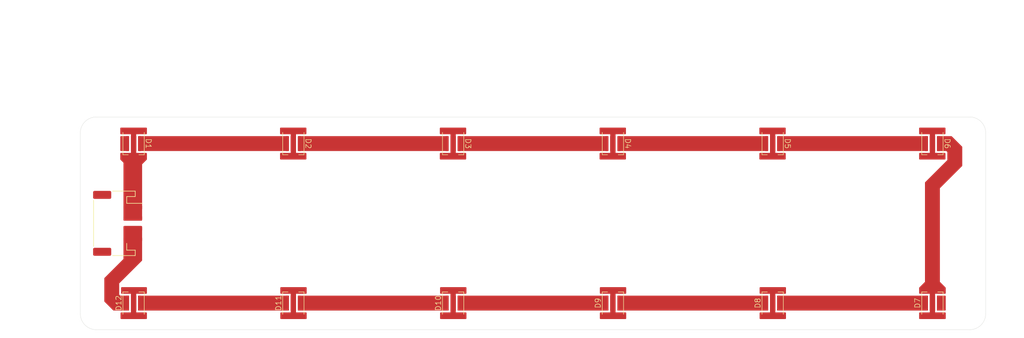
<source format=kicad_pcb>
(kicad_pcb (version 20240108) (generator "pcbnew") (generator_version "8.0")
  (layers (0 "F.Cu" signal) (31 "B.Cu" signal) (34 "B.Paste" user) (35 "F.Paste" user) (36 "B.SilkS" user "B.Silkscreen") (37 "F.SilkS" user "F.Silkscreen") (38 "B.Mask" user) (39 "F.Mask" user) (44 "Edge.Cuts" user))
  (net 0 "")
  (net 1 "VDC")
  (net 2 "GND")
  (net 3 "/D12")
  (net 4 "/D23")
  (net 5 "/D34")
  (net 6 "/D45")
  (net 7 "/D56")
  (net 8 "/D67")
  (net 9 "/D78")
  (net 10 "/D89")
  (net 11 "/D90")
  (net 12 "/D01")
  (net 13 "/D112")
  (footprint "fort:LED_Osram_4715-AS" (layer "F.Cu") (at 250 130 90)
    (property "Reference" "D7" (at 0 -2.8 90) (layer "F.SilkS") (effects (font (thickness 0.1))))
    (property "Value" "LED")
    (fp_line (start 2.1 -2) (end 2.1 -1) (stroke (width 0.1)) (layer "F.SilkS"))
    (fp_line (start -2.1 -2) (end 2.1 -2) (stroke (width 0.1)) (layer "F.SilkS"))
    (fp_line (start 2.1 1) (end 2.1 2) (stroke (width 0.1)) (layer "F.SilkS"))
    (fp_line (start 2.1 2) (end -2.1 2) (stroke (width 0.1)) (layer "F.SilkS"))
    (pad "1" smd rect (at 0 -1.125 90) (size 2.8 0.55) (layers "F.Cu" "F.Mask") (net 9 "/D78"))
    (pad "2" smd rect (at 0 0 90) (size 2.8 1) (layers "F.Cu" "F.Mask") (net 8 "/D67"))
    (pad "2" smd rect (at 0 1.125 90) (size 2.8 0.55) (layers "F.Cu" "F.Mask") (net 8 "/D67"))
    (zone (net 0) (net_name "") (layer "F.Cu") (connect_pads (clearance 0)) (min_thickness 0.25)
      (keepout (tracks allowed) (vias allowed) (pads allowed) (copperpour not_allowed) (footprints allowed))
      (fill (thermal_gap 0.5) (thermal_bridge_width 0.5))
      (polygon (pts (xy 247.5 131.75) (xy 247.5 131.4) (xy 249.15 131.4) (xy 249.15 128.6) (xy 247.5 128.6) (xy 247.5 128.25) (xy 249.5 128.25) (xy 249.5 131.75)))
    )
    (zone (net 0) (net_name "") (layer "F.Cu") (connect_pads (clearance 0)) (min_thickness 0.25)
      (keepout (tracks allowed) (vias allowed) (pads allowed) (copperpour not_allowed) (footprints allowed))
      (fill (thermal_gap 0.5) (thermal_bridge_width 0.5))
      (polygon (pts (xy 252.5 131.75) (xy 252.5 131.4) (xy 250.85 131.4) (xy 250.85 128.6) (xy 252.5 128.6) (xy 252.5 128.25) (xy 250.5 128.25) (xy 250.5 131.75)))
    )
  )
  (footprint "fort:LED_Osram_4715-AS" (layer "F.Cu") (at 130 130 90)
    (property "Reference" "D11" (at 0 -2.8 90) (layer "F.SilkS") (effects (font (thickness 0.1))))
    (property "Value" "LED")
    (fp_line (start 2.1 -2) (end 2.1 -1) (stroke (width 0.1)) (layer "F.SilkS"))
    (fp_line (start -2.1 -2) (end 2.1 -2) (stroke (width 0.1)) (layer "F.SilkS"))
    (fp_line (start 2.1 1) (end 2.1 2) (stroke (width 0.1)) (layer "F.SilkS"))
    (fp_line (start 2.1 2) (end -2.1 2) (stroke (width 0.1)) (layer "F.SilkS"))
    (pad "1" smd rect (at 0 -1.125 90) (size 2.8 0.55) (layers "F.Cu" "F.Mask") (net 13 "/D112"))
    (pad "2" smd rect (at 0 0 90) (size 2.8 1) (layers "F.Cu" "F.Mask") (net 12 "/D01"))
    (pad "2" smd rect (at 0 1.125 90) (size 2.8 0.55) (layers "F.Cu" "F.Mask") (net 12 "/D01"))
    (zone (net 0) (net_name "") (layer "F.Cu") (connect_pads (clearance 0)) (min_thickness 0.25)
      (keepout (tracks allowed) (vias allowed) (pads allowed) (copperpour not_allowed) (footprints allowed))
      (fill (thermal_gap 0.5) (thermal_bridge_width 0.5))
      (polygon (pts (xy 127.5 131.75) (xy 127.5 131.4) (xy 129.15 131.4) (xy 129.15 128.6) (xy 127.5 128.6) (xy 127.5 128.25) (xy 129.5 128.25) (xy 129.5 131.75)))
    )
    (zone (net 0) (net_name "") (layer "F.Cu") (connect_pads (clearance 0)) (min_thickness 0.25)
      (keepout (tracks allowed) (vias allowed) (pads allowed) (copperpour not_allowed) (footprints allowed))
      (fill (thermal_gap 0.5) (thermal_bridge_width 0.5))
      (polygon (pts (xy 132.5 131.75) (xy 132.5 131.4) (xy 130.85 131.4) (xy 130.85 128.6) (xy 132.5 128.6) (xy 132.5 128.25) (xy 130.5 128.25) (xy 130.5 131.75)))
    )
  )
  (footprint "MountingHole:MountingHole_3.2mm_M3" (layer "F.Cu") (at 220 115)
    (property "Reference" "REF**" (hide yes))
    (property "Value" "MountingHole_3.2mm_M3")
    (pad "" np_thru_hole circle (at 0 0) (size 3.2 3.2) (drill 3.2) (layers "*.Cu" "*.Mask"))
  )
  (footprint "fort:LED_Osram_4715-AS" (layer "F.Cu") (at 100 100 -90)
    (property "Reference" "D1" (at 0 -2.8 -90) (layer "F.SilkS") (effects (font (thickness 0.1))))
    (property "Value" "LED")
    (fp_line (start 2.1 2) (end -2.1 2) (stroke (width 0.1)) (layer "F.SilkS"))
    (fp_line (start 2.1 1) (end 2.1 2) (stroke (width 0.1)) (layer "F.SilkS"))
    (fp_line (start -2.1 -2) (end 2.1 -2) (stroke (width 0.1)) (layer "F.SilkS"))
    (fp_line (start 2.1 -2) (end 2.1 -1) (stroke (width 0.1)) (layer "F.SilkS"))
    (pad "1" smd rect (at 0 -1.125 270) (size 2.8 0.55) (layers "F.Cu" "F.Mask") (net 3 "/D12"))
    (pad "2" smd rect (at 0 0 270) (size 2.8 1) (layers "F.Cu" "F.Mask") (net 1 "VDC"))
    (pad "2" smd rect (at 0 1.125 270) (size 2.8 0.55) (layers "F.Cu" "F.Mask") (net 1 "VDC"))
    (zone (net 0) (net_name "") (layer "F.Cu") (connect_pads (clearance 0)) (min_thickness 0.25)
      (keepout (tracks allowed) (vias allowed) (pads allowed) (copperpour not_allowed) (footprints allowed))
      (fill (thermal_gap 0.5) (thermal_bridge_width 0.5))
      (polygon (pts (xy 97.5 98.25) (xy 97.5 98.6) (xy 99.15 98.6) (xy 99.15 101.4) (xy 97.5 101.4) (xy 97.5 101.75) (xy 99.5 101.75) (xy 99.5 98.25)))
    )
    (zone (net 0) (net_name "") (layer "F.Cu") (connect_pads (clearance 0)) (min_thickness 0.25)
      (keepout (tracks allowed) (vias allowed) (pads allowed) (copperpour not_allowed) (footprints allowed))
      (fill (thermal_gap 0.5) (thermal_bridge_width 0.5))
      (polygon (pts (xy 102.5 98.25) (xy 102.5 98.6) (xy 100.85 98.6) (xy 100.85 101.4) (xy 102.5 101.4) (xy 102.5 101.75) (xy 100.5 101.75) (xy 100.5 98.25)))
    )
  )
  (footprint "fort:LED_Osram_4715-AS" (layer "F.Cu") (at 190 130 90)
    (property "Reference" "D9" (at 0 -2.8 90) (layer "F.SilkS") (effects (font (thickness 0.1))))
    (property "Value" "LED")
    (fp_line (start 2.1 -2) (end 2.1 -1) (stroke (width 0.1)) (layer "F.SilkS"))
    (fp_line (start -2.1 -2) (end 2.1 -2) (stroke (width 0.1)) (layer "F.SilkS"))
    (fp_line (start 2.1 1) (end 2.1 2) (stroke (width 0.1)) (layer "F.SilkS"))
    (fp_line (start 2.1 2) (end -2.1 2) (stroke (width 0.1)) (layer "F.SilkS"))
    (pad "1" smd rect (at 0 -1.125 90) (size 2.8 0.55) (layers "F.Cu" "F.Mask") (net 11 "/D90"))
    (pad "2" smd rect (at 0 0 90) (size 2.8 1) (layers "F.Cu" "F.Mask") (net 10 "/D89"))
    (pad "2" smd rect (at 0 1.125 90) (size 2.8 0.55) (layers "F.Cu" "F.Mask") (net 10 "/D89"))
    (zone (net 0) (net_name "") (layer "F.Cu") (connect_pads (clearance 0)) (min_thickness 0.25)
      (keepout (tracks allowed) (vias allowed) (pads allowed) (copperpour not_allowed) (footprints allowed))
      (fill (thermal_gap 0.5) (thermal_bridge_width 0.5))
      (polygon (pts (xy 187.5 131.75) (xy 187.5 131.4) (xy 189.15 131.4) (xy 189.15 128.6) (xy 187.5 128.6) (xy 187.5 128.25) (xy 189.5 128.25) (xy 189.5 131.75)))
    )
    (zone (net 0) (net_name "") (layer "F.Cu") (connect_pads (clearance 0)) (min_thickness 0.25)
      (keepout (tracks allowed) (vias allowed) (pads allowed) (copperpour not_allowed) (footprints allowed))
      (fill (thermal_gap 0.5) (thermal_bridge_width 0.5))
      (polygon (pts (xy 192.5 131.75) (xy 192.5 131.4) (xy 190.85 131.4) (xy 190.85 128.6) (xy 192.5 128.6) (xy 192.5 128.25) (xy 190.5 128.25) (xy 190.5 131.75)))
    )
  )
  (footprint "fort:LED_Osram_4715-AS" (layer "F.Cu") (at 220 130 90)
    (property "Reference" "D8" (at 0 -2.8 90) (layer "F.SilkS") (effects (font (thickness 0.1))))
    (property "Value" "LED")
    (fp_line (start 2.1 -2) (end 2.1 -1) (stroke (width 0.1)) (layer "F.SilkS"))
    (fp_line (start -2.1 -2) (end 2.1 -2) (stroke (width 0.1)) (layer "F.SilkS"))
    (fp_line (start 2.1 1) (end 2.1 2) (stroke (width 0.1)) (layer "F.SilkS"))
    (fp_line (start 2.1 2) (end -2.1 2) (stroke (width 0.1)) (layer "F.SilkS"))
    (pad "1" smd rect (at 0 -1.125 90) (size 2.8 0.55) (layers "F.Cu" "F.Mask") (net 10 "/D89"))
    (pad "2" smd rect (at 0 0 90) (size 2.8 1) (layers "F.Cu" "F.Mask") (net 9 "/D78"))
    (pad "2" smd rect (at 0 1.125 90) (size 2.8 0.55) (layers "F.Cu" "F.Mask") (net 9 "/D78"))
    (zone (net 0) (net_name "") (layer "F.Cu") (connect_pads (clearance 0)) (min_thickness 0.25)
      (keepout (tracks allowed) (vias allowed) (pads allowed) (copperpour not_allowed) (footprints allowed))
      (fill (thermal_gap 0.5) (thermal_bridge_width 0.5))
      (polygon (pts (xy 217.5 131.75) (xy 217.5 131.4) (xy 219.15 131.4) (xy 219.15 128.6) (xy 217.5 128.6) (xy 217.5 128.25) (xy 219.5 128.25) (xy 219.5 131.75)))
    )
    (zone (net 0) (net_name "") (layer "F.Cu") (connect_pads (clearance 0)) (min_thickness 0.25)
      (keepout (tracks allowed) (vias allowed) (pads allowed) (copperpour not_allowed) (footprints allowed))
      (fill (thermal_gap 0.5) (thermal_bridge_width 0.5))
      (polygon (pts (xy 222.5 131.75) (xy 222.5 131.4) (xy 220.85 131.4) (xy 220.85 128.6) (xy 222.5 128.6) (xy 222.5 128.25) (xy 220.5 128.25) (xy 220.5 131.75)))
    )
  )
  (footprint "MountingHole:MountingHole_2.7mm_M2.5" (layer "F.Cu") (at 257 132)
    (property "Reference" "REF**" (hide yes))
    (property "Value" "MountingHole_2.7mm_M2.5")
    (pad "" np_thru_hole circle (at 0 0) (size 2.7 2.7) (drill 2.7) (layers "*.Cu" "*.Mask"))
  )
  (footprint "MountingHole:MountingHole_2.7mm_M2.5" (layer "F.Cu") (at 93 98)
    (property "Reference" "REF**" (hide yes))
    (property "Value" "MountingHole_2.7mm_M2.5")
    (pad "" np_thru_hole circle (at 0 0) (size 2.7 2.7) (drill 2.7) (layers "*.Cu" "*.Mask"))
  )
  (footprint "MountingHole:MountingHole_3.2mm_M3" (layer "F.Cu") (at 130 115)
    (property "Reference" "REF**" (hide yes))
    (property "Value" "MountingHole_3.2mm_M3")
    (pad "" np_thru_hole circle (at 0 0) (size 3.2 3.2) (drill 3.2) (layers "*.Cu" "*.Mask"))
  )
  (footprint "MountingHole:MountingHole_2.7mm_M2.5" (layer "F.Cu") (at 257 98)
    (property "Reference" "REF**" (hide yes))
    (property "Value" "MountingHole_2.7mm_M2.5")
    (pad "" np_thru_hole circle (at 0 0) (size 2.7 2.7) (drill 2.7) (layers "*.Cu" "*.Mask"))
  )
  (footprint "fort:LED_Osram_4715-AS" (layer "F.Cu") (at 190 100 -90)
    (property "Reference" "D4" (at 0 -2.8 -90) (layer "F.SilkS") (effects (font (thickness 0.1))))
    (property "Value" "LED")
    (fp_line (start 2.1 2) (end -2.1 2) (stroke (width 0.1)) (layer "F.SilkS"))
    (fp_line (start 2.1 1) (end 2.1 2) (stroke (width 0.1)) (layer "F.SilkS"))
    (fp_line (start -2.1 -2) (end 2.1 -2) (stroke (width 0.1)) (layer "F.SilkS"))
    (fp_line (start 2.1 -2) (end 2.1 -1) (stroke (width 0.1)) (layer "F.SilkS"))
    (pad "1" smd rect (at 0 -1.125 270) (size 2.8 0.55) (layers "F.Cu" "F.Mask") (net 6 "/D45"))
    (pad "2" smd rect (at 0 0 270) (size 2.8 1) (layers "F.Cu" "F.Mask") (net 5 "/D34"))
    (pad "2" smd rect (at 0 1.125 270) (size 2.8 0.55) (layers "F.Cu" "F.Mask") (net 5 "/D34"))
    (zone (net 0) (net_name "") (layer "F.Cu") (connect_pads (clearance 0)) (min_thickness 0.25)
      (keepout (tracks allowed) (vias allowed) (pads allowed) (copperpour not_allowed) (footprints allowed))
      (fill (thermal_gap 0.5) (thermal_bridge_width 0.5))
      (polygon (pts (xy 187.5 98.25) (xy 187.5 98.6) (xy 189.15 98.6) (xy 189.15 101.4) (xy 187.5 101.4) (xy 187.5 101.75) (xy 189.5 101.75) (xy 189.5 98.25)))
    )
    (zone (net 0) (net_name "") (layer "F.Cu") (connect_pads (clearance 0)) (min_thickness 0.25)
      (keepout (tracks allowed) (vias allowed) (pads allowed) (copperpour not_allowed) (footprints allowed))
      (fill (thermal_gap 0.5) (thermal_bridge_width 0.5))
      (polygon (pts (xy 192.5 98.25) (xy 192.5 98.6) (xy 190.85 98.6) (xy 190.85 101.4) (xy 192.5 101.4) (xy 192.5 101.75) (xy 190.5 101.75) (xy 190.5 98.25)))
    )
  )
  (footprint "fort:LED_Osram_4715-AS" (layer "F.Cu") (at 130 100 -90)
    (property "Reference" "D2" (at 0 -2.8 -90) (layer "F.SilkS") (effects (font (thickness 0.1))))
    (property "Value" "LED")
    (fp_line (start 2.1 2) (end -2.1 2) (stroke (width 0.1)) (layer "F.SilkS"))
    (fp_line (start 2.1 1) (end 2.1 2) (stroke (width 0.1)) (layer "F.SilkS"))
    (fp_line (start -2.1 -2) (end 2.1 -2) (stroke (width 0.1)) (layer "F.SilkS"))
    (fp_line (start 2.1 -2) (end 2.1 -1) (stroke (width 0.1)) (layer "F.SilkS"))
    (pad "1" smd rect (at 0 -1.125 270) (size 2.8 0.55) (layers "F.Cu" "F.Mask") (net 4 "/D23"))
    (pad "2" smd rect (at 0 0 270) (size 2.8 1) (layers "F.Cu" "F.Mask") (net 3 "/D12"))
    (pad "2" smd rect (at 0 1.125 270) (size 2.8 0.55) (layers "F.Cu" "F.Mask") (net 3 "/D12"))
    (zone (net 0) (net_name "") (layer "F.Cu") (connect_pads (clearance 0)) (min_thickness 0.25)
      (keepout (tracks allowed) (vias allowed) (pads allowed) (copperpour not_allowed) (footprints allowed))
      (fill (thermal_gap 0.5) (thermal_bridge_width 0.5))
      (polygon (pts (xy 127.5 98.25) (xy 127.5 98.6) (xy 129.15 98.6) (xy 129.15 101.4) (xy 127.5 101.4) (xy 127.5 101.75) (xy 129.5 101.75) (xy 129.5 98.25)))
    )
    (zone (net 0) (net_name "") (layer "F.Cu") (connect_pads (clearance 0)) (min_thickness 0.25)
      (keepout (tracks allowed) (vias allowed) (pads allowed) (copperpour not_allowed) (footprints allowed))
      (fill (thermal_gap 0.5) (thermal_bridge_width 0.5))
      (polygon (pts (xy 132.5 98.25) (xy 132.5 98.6) (xy 130.85 98.6) (xy 130.85 101.4) (xy 132.5 101.4) (xy 132.5 101.75) (xy 130.5 101.75) (xy 130.5 98.25)))
    )
  )
  (footprint "fort:LED_Osram_4715-AS" (layer "F.Cu") (at 220 100 -90)
    (property "Reference" "D5" (at 0 -2.8 -90) (layer "F.SilkS") (effects (font (thickness 0.1))))
    (property "Value" "LED")
    (fp_line (start 2.1 2) (end -2.1 2) (stroke (width 0.1)) (layer "F.SilkS"))
    (fp_line (start 2.1 1) (end 2.1 2) (stroke (width 0.1)) (layer "F.SilkS"))
    (fp_line (start -2.1 -2) (end 2.1 -2) (stroke (width 0.1)) (layer "F.SilkS"))
    (fp_line (start 2.1 -2) (end 2.1 -1) (stroke (width 0.1)) (layer "F.SilkS"))
    (pad "1" smd rect (at 0 -1.125 270) (size 2.8 0.55) (layers "F.Cu" "F.Mask") (net 7 "/D56"))
    (pad "2" smd rect (at 0 0 270) (size 2.8 1) (layers "F.Cu" "F.Mask") (net 6 "/D45"))
    (pad "2" smd rect (at 0 1.125 270) (size 2.8 0.55) (layers "F.Cu" "F.Mask") (net 6 "/D45"))
    (zone (net 0) (net_name "") (layer "F.Cu") (connect_pads (clearance 0)) (min_thickness 0.25)
      (keepout (tracks allowed) (vias allowed) (pads allowed) (copperpour not_allowed) (footprints allowed))
      (fill (thermal_gap 0.5) (thermal_bridge_width 0.5))
      (polygon (pts (xy 217.5 98.25) (xy 217.5 98.6) (xy 219.15 98.6) (xy 219.15 101.4) (xy 217.5 101.4) (xy 217.5 101.75) (xy 219.5 101.75) (xy 219.5 98.25)))
    )
    (zone (net 0) (net_name "") (layer "F.Cu") (connect_pads (clearance 0)) (min_thickness 0.25)
      (keepout (tracks allowed) (vias allowed) (pads allowed) (copperpour not_allowed) (footprints allowed))
      (fill (thermal_gap 0.5) (thermal_bridge_width 0.5))
      (polygon (pts (xy 222.5 98.25) (xy 222.5 98.6) (xy 220.85 98.6) (xy 220.85 101.4) (xy 222.5 101.4) (xy 222.5 101.75) (xy 220.5 101.75) (xy 220.5 98.25)))
    )
  )
  (footprint "Connector_JST:JST_PH_S4B-PH-SM4-TB_1x04-1MP_P2.00mm_Horizontal" (layer "F.Cu") (at 97 115 -90)
    (property "Reference" "J1" (hide yes))
    (property "Value" "JST SH 4")
    (fp_line (start -4.34 4.51) (end 4.34 4.51) (stroke (width 0.12)) (layer "F.SilkS"))
    (fp_line (start -6.06 0.94) (end -6.06 -3.31) (stroke (width 0.12)) (layer "F.SilkS"))
    (fp_line (start 6.06 0.94) (end 6.06 -3.31) (stroke (width 0.12)) (layer "F.SilkS"))
    (fp_line (start -5.04 -1.71) (end -3.76 -1.71) (stroke (width 0.12)) (layer "F.SilkS"))
    (fp_line (start -3.76 -1.71) (end -3.76 -4.6) (stroke (width 0.12)) (layer "F.SilkS"))
    (fp_line (start 5.04 -1.71) (end 3.76 -1.71) (stroke (width 0.12)) (layer "F.SilkS"))
    (fp_line (start -6.06 -3.31) (end -5.04 -3.31) (stroke (width 0.12)) (layer "F.SilkS"))
    (fp_line (start -5.04 -3.31) (end -5.04 -1.71) (stroke (width 0.12)) (layer "F.SilkS"))
    (fp_line (start 5.04 -3.31) (end 5.04 -1.71) (stroke (width 0.12)) (layer "F.SilkS"))
    (fp_line (start 6.06 -3.31) (end 5.04 -3.31) (stroke (width 0.12)) (layer "F.SilkS"))
    (pad "1" smd roundrect (at -3 -2.85 270) (size 1 3.5) (layers "F.Cu" "F.Paste" "F.Mask") (net 1 "VDC"))
    (pad "2" smd roundrect (at -1 -2.85 270) (size 1 3.5) (layers "F.Cu" "F.Paste" "F.Mask") (net 1 "VDC"))
    (pad "3" smd roundrect (at 1 -2.85 270) (size 1 3.5) (layers "F.Cu" "F.Paste" "F.Mask") (net 2 "GND"))
    (pad "4" smd roundrect (at 3 -2.85 270) (size 1 3.5) (layers "F.Cu" "F.Paste" "F.Mask") (net 2 "GND"))
    (pad "MP" smd roundrect (at -5.35 2.9 270) (size 1.5 3.4) (layers "F.Cu" "F.Paste" "F.Mask") (roundrect_rratio 0.166667))
    (pad "MP" smd roundrect (at 5.35 2.9 270) (size 1.5 3.4) (layers "F.Cu" "F.Paste" "F.Mask") (roundrect_rratio 0.166667))
  )
  (footprint "MountingHole:MountingHole_2.7mm_M2.5" (layer "F.Cu") (at 93 132)
    (property "Reference" "REF**" (hide yes))
    (property "Value" "MountingHole_2.7mm_M2.5")
    (pad "" np_thru_hole circle (at 0 0) (size 2.7 2.7) (drill 2.7) (layers "*.Cu" "*.Mask"))
  )
  (footprint "fort:LED_Osram_4715-AS" (layer "F.Cu") (at 100 130 90)
    (property "Reference" "D12" (at 0 -2.8 90) (layer "F.SilkS") (effects (font (thickness 0.1))))
    (property "Value" "LED")
    (fp_line (start 2.1 -2) (end 2.1 -1) (stroke (width 0.1)) (layer "F.SilkS"))
    (fp_line (start -2.1 -2) (end 2.1 -2) (stroke (width 0.1)) (layer "F.SilkS"))
    (fp_line (start 2.1 1) (end 2.1 2) (stroke (width 0.1)) (layer "F.SilkS"))
    (fp_line (start 2.1 2) (end -2.1 2) (stroke (width 0.1)) (layer "F.SilkS"))
    (pad "1" smd rect (at 0 -1.125 90) (size 2.8 0.55) (layers "F.Cu" "F.Mask") (net 2 "GND"))
    (pad "2" smd rect (at 0 0 90) (size 2.8 1) (layers "F.Cu" "F.Mask") (net 13 "/D112"))
    (pad "2" smd rect (at 0 1.125 90) (size 2.8 0.55) (layers "F.Cu" "F.Mask") (net 13 "/D112"))
    (zone (net 0) (net_name "") (layer "F.Cu") (connect_pads (clearance 0)) (min_thickness 0.25)
      (keepout (tracks allowed) (vias allowed) (pads allowed) (copperpour not_allowed) (footprints allowed))
      (fill (thermal_gap 0.5) (thermal_bridge_width 0.5))
      (polygon (pts (xy 97.5 131.75) (xy 97.5 131.4) (xy 99.15 131.4) (xy 99.15 128.6) (xy 97.5 128.6) (xy 97.5 128.25) (xy 99.5 128.25) (xy 99.5 131.75)))
    )
    (zone (net 0) (net_name "") (layer "F.Cu") (connect_pads (clearance 0)) (min_thickness 0.25)
      (keepout (tracks allowed) (vias allowed) (pads allowed) (copperpour not_allowed) (footprints allowed))
      (fill (thermal_gap 0.5) (thermal_bridge_width 0.5))
      (polygon (pts (xy 102.5 131.75) (xy 102.5 131.4) (xy 100.85 131.4) (xy 100.85 128.6) (xy 102.5 128.6) (xy 102.5 128.25) (xy 100.5 128.25) (xy 100.5 131.75)))
    )
  )
  (footprint "fort:LED_Osram_4715-AS" (layer "F.Cu") (at 160 100 -90)
    (property "Reference" "D3" (at 0 -2.8 -90) (layer "F.SilkS") (effects (font (thickness 0.1))))
    (property "Value" "LED")
    (fp_line (start 2.1 2) (end -2.1 2) (stroke (width 0.1)) (layer "F.SilkS"))
    (fp_line (start 2.1 1) (end 2.1 2) (stroke (width 0.1)) (layer "F.SilkS"))
    (fp_line (start -2.1 -2) (end 2.1 -2) (stroke (width 0.1)) (layer "F.SilkS"))
    (fp_line (start 2.1 -2) (end 2.1 -1) (stroke (width 0.1)) (layer "F.SilkS"))
    (pad "1" smd rect (at 0 -1.125 270) (size 2.8 0.55) (layers "F.Cu" "F.Mask") (net 5 "/D34"))
    (pad "2" smd rect (at 0 0 270) (size 2.8 1) (layers "F.Cu" "F.Mask") (net 4 "/D23"))
    (pad "2" smd rect (at 0 1.125 270) (size 2.8 0.55) (layers "F.Cu" "F.Mask") (net 4 "/D23"))
    (zone (net 0) (net_name "") (layer "F.Cu") (connect_pads (clearance 0)) (min_thickness 0.25)
      (keepout (tracks allowed) (vias allowed) (pads allowed) (copperpour not_allowed) (footprints allowed))
      (fill (thermal_gap 0.5) (thermal_bridge_width 0.5))
      (polygon (pts (xy 157.5 98.25) (xy 157.5 98.6) (xy 159.15 98.6) (xy 159.15 101.4) (xy 157.5 101.4) (xy 157.5 101.75) (xy 159.5 101.75) (xy 159.5 98.25)))
    )
    (zone (net 0) (net_name "") (layer "F.Cu") (connect_pads (clearance 0)) (min_thickness 0.25)
      (keepout (tracks allowed) (vias allowed) (pads allowed) (copperpour not_allowed) (footprints allowed))
      (fill (thermal_gap 0.5) (thermal_bridge_width 0.5))
      (polygon (pts (xy 162.5 98.25) (xy 162.5 98.6) (xy 160.85 98.6) (xy 160.85 101.4) (xy 162.5 101.4) (xy 162.5 101.75) (xy 160.5 101.75) (xy 160.5 98.25)))
    )
  )
  (footprint "fort:LED_Osram_4715-AS" (layer "F.Cu") (at 250 100 -90)
    (property "Reference" "D6" (at 0 -2.8 -90) (layer "F.SilkS") (effects (font (thickness 0.1))))
    (property "Value" "LED")
    (fp_line (start 2.1 2) (end -2.1 2) (stroke (width 0.1)) (layer "F.SilkS"))
    (fp_line (start 2.1 1) (end 2.1 2) (stroke (width 0.1)) (layer "F.SilkS"))
    (fp_line (start -2.1 -2) (end 2.1 -2) (stroke (width 0.1)) (layer "F.SilkS"))
    (fp_line (start 2.1 -2) (end 2.1 -1) (stroke (width 0.1)) (layer "F.SilkS"))
    (pad "1" smd rect (at 0 -1.125 270) (size 2.8 0.55) (layers "F.Cu" "F.Mask") (net 8 "/D67"))
    (pad "2" smd rect (at 0 0 270) (size 2.8 1) (layers "F.Cu" "F.Mask") (net 7 "/D56"))
    (pad "2" smd rect (at 0 1.125 270) (size 2.8 0.55) (layers "F.Cu" "F.Mask") (net 7 "/D56"))
    (zone (net 0) (net_name "") (layer "F.Cu") (connect_pads (clearance 0)) (min_thickness 0.25)
      (keepout (tracks allowed) (vias allowed) (pads allowed) (copperpour not_allowed) (footprints allowed))
      (fill (thermal_gap 0.5) (thermal_bridge_width 0.5))
      (polygon (pts (xy 247.5 98.25) (xy 247.5 98.6) (xy 249.15 98.6) (xy 249.15 101.4) (xy 247.5 101.4) (xy 247.5 101.75) (xy 249.5 101.75) (xy 249.5 98.25)))
    )
    (zone (net 0) (net_name "") (layer "F.Cu") (connect_pads (clearance 0)) (min_thickness 0.25)
      (keepout (tracks allowed) (vias allowed) (pads allowed) (copperpour not_allowed) (footprints allowed))
      (fill (thermal_gap 0.5) (thermal_bridge_width 0.5))
      (polygon (pts (xy 252.5 98.25) (xy 252.5 98.6) (xy 250.85 98.6) (xy 250.85 101.4) (xy 252.5 101.4) (xy 252.5 101.75) (xy 250.5 101.75) (xy 250.5 98.25)))
    )
  )
  (footprint "fort:LED_Osram_4715-AS" (layer "F.Cu") (at 160 130 90)
    (property "Reference" "D10" (at 0 -2.8 90) (layer "F.SilkS") (effects (font (thickness 0.1))))
    (property "Value" "LED")
    (fp_line (start 2.1 -2) (end 2.1 -1) (stroke (width 0.1)) (layer "F.SilkS"))
    (fp_line (start -2.1 -2) (end 2.1 -2) (stroke (width 0.1)) (layer "F.SilkS"))
    (fp_line (start 2.1 1) (end 2.1 2) (stroke (width 0.1)) (layer "F.SilkS"))
    (fp_line (start 2.1 2) (end -2.1 2) (stroke (width 0.1)) (layer "F.SilkS"))
    (pad "1" smd rect (at 0 -1.125 90) (size 2.8 0.55) (layers "F.Cu" "F.Mask") (net 12 "/D01"))
    (pad "2" smd rect (at 0 0 90) (size 2.8 1) (layers "F.Cu" "F.Mask") (net 11 "/D90"))
    (pad "2" smd rect (at 0 1.125 90) (size 2.8 0.55) (layers "F.Cu" "F.Mask") (net 11 "/D90"))
    (zone (net 0) (net_name "") (layer "F.Cu") (connect_pads (clearance 0)) (min_thickness 0.25)
      (keepout (tracks allowed) (vias allowed) (pads allowed) (copperpour not_allowed) (footprints allowed))
      (fill (thermal_gap 0.5) (thermal_bridge_width 0.5))
      (polygon (pts (xy 157.5 131.75) (xy 157.5 131.4) (xy 159.15 131.4) (xy 159.15 128.6) (xy 157.5 128.6) (xy 157.5 128.25) (xy 159.5 128.25) (xy 159.5 131.75)))
    )
    (zone (net 0) (net_name "") (layer "F.Cu") (connect_pads (clearance 0)) (min_thickness 0.25)
      (keepout (tracks allowed) (vias allowed) (pads allowed) (copperpour not_allowed) (footprints allowed))
      (fill (thermal_gap 0.5) (thermal_bridge_width 0.5))
      (polygon (pts (xy 162.5 131.75) (xy 162.5 131.4) (xy 160.85 131.4) (xy 160.85 128.6) (xy 162.5 128.6) (xy 162.5 128.25) (xy 160.5 128.25) (xy 160.5 131.75)))
    )
  )
  (gr_line (start 93 135) (end 257 135) (stroke (width 0.05)) (layer "Edge.Cuts"))
  (gr_line (start 257 95) (end 93 95) (stroke (width 0.05)) (layer "Edge.Cuts"))
  (gr_line (start 260 132) (end 260 98) (stroke (width 0.05)) (layer "Edge.Cuts"))
  (gr_arc (start 257 95) (mid 259.12132 95.87868) (end 260 98) (stroke (width 0.05)) (layer "Edge.Cuts"))
  (gr_arc (start 260 132) (mid 259.12132 134.12132) (end 257 135) (stroke (width 0.05)) (layer "Edge.Cuts"))
  (gr_arc (start 93 135) (mid 90.87868 134.12132) (end 90 132) (stroke (width 0.05)) (layer "Edge.Cuts"))
  (gr_line (start 90 98) (end 90 132) (stroke (width 0.05)) (layer "Edge.Cuts"))
  (gr_arc (start 90 98) (mid 90.87868 95.87868) (end 93 95) (stroke (width 0.05)) (layer "Edge.Cuts"))
  (zone (net 2) (net_name "GND") (layer "F.Cu") (priority 10) (connect_pads yes (clearance 0.35)) (min_thickness 0.25) (fill yes (thermal_gap 0.5) (thermal_bridge_width 0.5))
    (polygon (pts (xy 101.6 115.5) (xy 101.6 122) (xy 97.3 126.3) (xy 97.3 128.4) (xy 97.5 128.6) (xy 99.15 128.6) (xy 99.15 131.4) (xy 96.2 131.4) (xy 94.5 129.7) (xy 94.5 125.3) (xy 98.1 121.7) (xy 98.1 115.5)))
  )
  (zone (net 7) (net_name "/D56") (layer "F.Cu") (priority 3) (connect_pads yes (clearance 0.35)) (min_thickness 0.25) (fill yes (thermal_gap 0.5) (thermal_bridge_width 0.5))
    (polygon (pts (xy 220.85 98.6) (xy 247.5 98.6) (xy 247.5 97) (xy 252.45 97) (xy 252.45 103) (xy 247.5 103) (xy 247.5 101.4) (xy 220.85 101.4)))
  )
  (zone (net 10) (net_name "/D89") (layer "F.Cu") (priority 6) (connect_pads yes (clearance 0.35)) (min_thickness 0.25) (fill yes (thermal_gap 0.5) (thermal_bridge_width 0.5))
    (polygon (pts (xy 219.15 131.4) (xy 192.5 131.4) (xy 192.5 133) (xy 187.55 133) (xy 187.55 127) (xy 192.5 127) (xy 192.5 128.6) (xy 219.15 128.6)))
  )
  (zone (net 12) (net_name "/D01") (layer "F.Cu") (priority 8) (connect_pads yes (clearance 0.35)) (min_thickness 0.25) (fill yes (thermal_gap 0.5) (thermal_bridge_width 0.5))
    (polygon (pts (xy 159.15 131.4) (xy 132.5 131.4) (xy 132.5 133) (xy 127.55 133) (xy 127.55 127) (xy 132.5 127) (xy 132.5 128.6) (xy 159.15 128.6)))
  )
  (zone (net 11) (net_name "/D90") (layer "F.Cu") (priority 7) (connect_pads yes (clearance 0.35)) (min_thickness 0.25) (fill yes (thermal_gap 0.5) (thermal_bridge_width 0.5))
    (polygon (pts (xy 189.15 131.4) (xy 162.5 131.4) (xy 162.5 133) (xy 157.55 133) (xy 157.55 127) (xy 162.5 127) (xy 162.5 128.6) (xy 189.15 128.6)))
  )
  (zone (net 6) (net_name "/D45") (layer "F.Cu") (priority 2) (connect_pads yes (clearance 0.35)) (min_thickness 0.25) (fill yes (thermal_gap 0.5) (thermal_bridge_width 0.5))
    (polygon (pts (xy 190.85 98.6) (xy 217.5 98.6) (xy 217.5 97) (xy 222.45 97) (xy 222.45 103) (xy 217.5 103) (xy 217.5 101.4) (xy 190.85 101.4)))
  )
  (zone (net 1) (net_name "VDC") (layer "F.Cu") (connect_pads yes (clearance 0.35)) (min_thickness 0.25) (fill yes (thermal_gap 0.5) (thermal_bridge_width 0.5))
    (polygon (pts (xy 97.5 97) (xy 102.5 97) (xy 102.5 103) (xy 101.6 103.9) (xy 101.6 114.5) (xy 98.1 114.5) (xy 98.1 103.6) (xy 97.5 103)))
  )
  (zone (net 3) (net_name "/D12") (layer "F.Cu") (priority 1) (connect_pads yes (clearance 0.35)) (min_thickness 0.25) (fill yes (thermal_gap 0.5) (thermal_bridge_width 0.5))
    (polygon (pts (xy 100.85 98.6) (xy 127.5 98.6) (xy 127.5 97) (xy 132.45 97) (xy 132.45 103) (xy 127.5 103) (xy 127.5 101.4) (xy 100.85 101.4)))
  )
  (zone (net 8) (net_name "/D67") (layer "F.Cu") (priority 4) (connect_pads yes (clearance 0.35)) (min_thickness 0.25) (fill yes (thermal_gap 0.5) (thermal_bridge_width 0.5))
    (polygon (pts (xy 251.4 126) (xy 252.5 127.1) (xy 252.5 133) (xy 247.5 133) (xy 247.5 127.1) (xy 248.6 126) (xy 248.6 107.3) (xy 252.8 103.1) (xy 252.8 101.6) (xy 252.6 101.4) (xy 250.8 101.4) (xy 250.8 98.6) (xy 253.6 98.6) (xy 255.6 100.6) (xy 255.6 104.20001) (xy 251.4 108.4)))
  )
  (zone (net 4) (net_name "/D23") (layer "F.Cu") (priority 1) (connect_pads yes (clearance 0.35)) (min_thickness 0.25) (fill yes (thermal_gap 0.5) (thermal_bridge_width 0.5))
    (polygon (pts (xy 130.85 98.6) (xy 157.5 98.6) (xy 157.5 97) (xy 162.45 97) (xy 162.45 103) (xy 157.5 103) (xy 157.5 101.4) (xy 130.85 101.4)))
  )
  (zone (net 13) (net_name "/D112") (layer "F.Cu") (priority 9) (connect_pads yes (clearance 0.35)) (min_thickness 0.25) (fill yes (thermal_gap 0.5) (thermal_bridge_width 0.5))
    (polygon (pts (xy 129.15 131.4) (xy 102.5 131.4) (xy 102.5 133) (xy 97.55 133) (xy 97.55 127) (xy 102.5 127) (xy 102.5 128.6) (xy 129.15 128.6)))
  )
  (zone (net 5) (net_name "/D34") (layer "F.Cu") (priority 1) (connect_pads yes (clearance 0.35)) (min_thickness 0.25) (fill yes (thermal_gap 0.5) (thermal_bridge_width 0.5))
    (polygon (pts (xy 160.85 98.6) (xy 187.5 98.6) (xy 187.5 97) (xy 192.45 97) (xy 192.45 103) (xy 187.5 103) (xy 187.5 101.4) (xy 160.85 101.4)))
  )
  (zone (net 9) (net_name "/D78") (layer "F.Cu") (priority 5) (connect_pads yes (clearance 0.35)) (min_thickness 0.25) (fill yes (thermal_gap 0.5) (thermal_bridge_width 0.5))
    (polygon (pts (xy 249.15 131.4) (xy 222.5 131.4) (xy 222.5 133) (xy 217.55 133) (xy 217.55 127) (xy 222.5 127) (xy 222.5 128.6) (xy 249.15 128.6)))
  )
)
</source>
